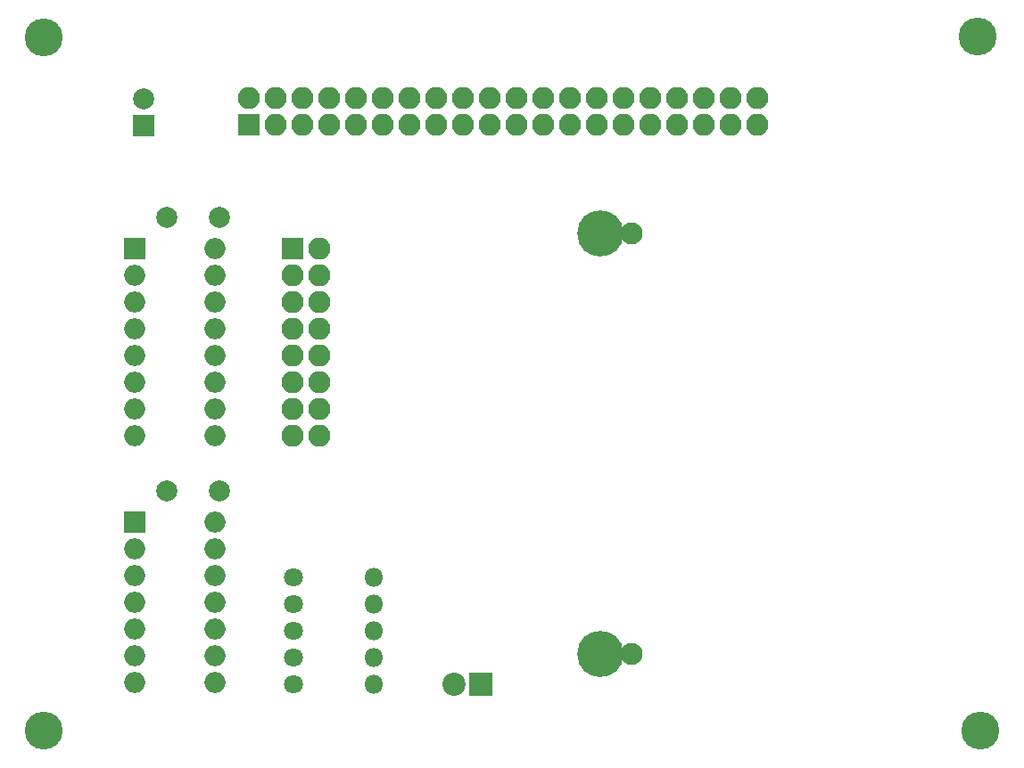
<source format=gbs>
G04 #@! TF.GenerationSoftware,KiCad,Pcbnew,(5.0.0-3-g5ebb6b6)*
G04 #@! TF.CreationDate,2018-12-13T20:58:23+09:00*
G04 #@! TF.ProjectId,SBC80-CF,53424338302D43462E6B696361645F70,rev?*
G04 #@! TF.SameCoordinates,Original*
G04 #@! TF.FileFunction,Soldermask,Bot*
G04 #@! TF.FilePolarity,Negative*
%FSLAX46Y46*%
G04 Gerber Fmt 4.6, Leading zero omitted, Abs format (unit mm)*
G04 Created by KiCad (PCBNEW (5.0.0-3-g5ebb6b6)) date *
%MOMM*%
%LPD*%
G01*
G04 APERTURE LIST*
%ADD10C,4.390000*%
%ADD11C,2.100000*%
%ADD12R,2.100000X2.100000*%
%ADD13O,2.100000X2.100000*%
%ADD14R,2.200000X2.200000*%
%ADD15C,2.200000*%
%ADD16C,3.600000*%
%ADD17C,2.000000*%
%ADD18R,2.000000X2.000000*%
%ADD19C,1.800000*%
%ADD20O,1.800000X1.800000*%
%ADD21O,2.000000X2.000000*%
G04 APERTURE END LIST*
D10*
G04 #@! TO.C,J3*
X157330000Y-107260000D03*
X157340000Y-67260000D03*
D11*
X160320000Y-107260000D03*
X160330000Y-67260000D03*
G04 #@! TD*
D12*
G04 #@! TO.C,J2*
X128190000Y-68730000D03*
D13*
X130730000Y-68730000D03*
X128190000Y-71270000D03*
X130730000Y-71270000D03*
X128190000Y-73810000D03*
X130730000Y-73810000D03*
X128190000Y-76350000D03*
X130730000Y-76350000D03*
X128190000Y-78890000D03*
X130730000Y-78890000D03*
X128190000Y-81430000D03*
X130730000Y-81430000D03*
X128190000Y-83970000D03*
X130730000Y-83970000D03*
X128190000Y-86510000D03*
X130730000Y-86510000D03*
G04 #@! TD*
D14*
G04 #@! TO.C,D1*
X145990000Y-110110000D03*
D15*
X143450000Y-110110000D03*
G04 #@! TD*
D16*
G04 #@! TO.C,MH4*
X193460000Y-114520000D03*
G04 #@! TD*
G04 #@! TO.C,MH3*
X104500000Y-114520000D03*
G04 #@! TD*
G04 #@! TO.C,MH2*
X193190000Y-48580000D03*
G04 #@! TD*
G04 #@! TO.C,MH1*
X104510000Y-48610000D03*
G04 #@! TD*
D17*
G04 #@! TO.C,C1*
X121190000Y-65730000D03*
X116190000Y-65730000D03*
G04 #@! TD*
G04 #@! TO.C,C2*
X116190000Y-91730000D03*
X121190000Y-91730000D03*
G04 #@! TD*
D18*
G04 #@! TO.C,C3*
X114000000Y-57000000D03*
D17*
X114000000Y-54500000D03*
G04 #@! TD*
D19*
G04 #@! TO.C,R1*
X128210000Y-99950000D03*
D20*
X135830000Y-99950000D03*
G04 #@! TD*
G04 #@! TO.C,R2*
X135830000Y-102490000D03*
D19*
X128210000Y-102490000D03*
G04 #@! TD*
G04 #@! TO.C,R3*
X128210000Y-105030000D03*
D20*
X135830000Y-105030000D03*
G04 #@! TD*
G04 #@! TO.C,R4*
X135830000Y-107570000D03*
D19*
X128210000Y-107570000D03*
G04 #@! TD*
G04 #@! TO.C,R5*
X128210000Y-110110000D03*
D20*
X135830000Y-110110000D03*
G04 #@! TD*
D18*
G04 #@! TO.C,U1*
X113190000Y-68730000D03*
D21*
X120810000Y-86510000D03*
X113190000Y-71270000D03*
X120810000Y-83970000D03*
X113190000Y-73810000D03*
X120810000Y-81430000D03*
X113190000Y-76350000D03*
X120810000Y-78890000D03*
X113190000Y-78890000D03*
X120810000Y-76350000D03*
X113190000Y-81430000D03*
X120810000Y-73810000D03*
X113190000Y-83970000D03*
X120810000Y-71270000D03*
X113190000Y-86510000D03*
X120810000Y-68730000D03*
G04 #@! TD*
D18*
G04 #@! TO.C,U2*
X113190000Y-94730000D03*
D21*
X120810000Y-109970000D03*
X113190000Y-97270000D03*
X120810000Y-107430000D03*
X113190000Y-99810000D03*
X120810000Y-104890000D03*
X113190000Y-102350000D03*
X120810000Y-102350000D03*
X113190000Y-104890000D03*
X120810000Y-99810000D03*
X113190000Y-107430000D03*
X120810000Y-97270000D03*
X113190000Y-109970000D03*
X120810000Y-94730000D03*
G04 #@! TD*
D12*
G04 #@! TO.C,J1*
X124019000Y-56897000D03*
D13*
X124019000Y-54357000D03*
X126559000Y-56897000D03*
X126559000Y-54357000D03*
X129099000Y-56897000D03*
X129099000Y-54357000D03*
X131639000Y-56897000D03*
X131639000Y-54357000D03*
X134179000Y-56897000D03*
X134179000Y-54357000D03*
X136719000Y-56897000D03*
X136719000Y-54357000D03*
X139259000Y-56897000D03*
X139259000Y-54357000D03*
X141799000Y-56897000D03*
X141799000Y-54357000D03*
X144339000Y-56897000D03*
X144339000Y-54357000D03*
X146879000Y-56897000D03*
X146879000Y-54357000D03*
X149419000Y-56897000D03*
X149419000Y-54357000D03*
X151959000Y-56897000D03*
X151959000Y-54357000D03*
X154499000Y-56897000D03*
X154499000Y-54357000D03*
X157039000Y-56897000D03*
X157039000Y-54357000D03*
X159579000Y-56897000D03*
X159579000Y-54357000D03*
X162119000Y-56897000D03*
X162119000Y-54357000D03*
X164659000Y-56897000D03*
X164659000Y-54357000D03*
X167199000Y-56897000D03*
X167199000Y-54357000D03*
X169739000Y-56897000D03*
X169739000Y-54357000D03*
X172279000Y-56897000D03*
X172279000Y-54357000D03*
G04 #@! TD*
M02*

</source>
